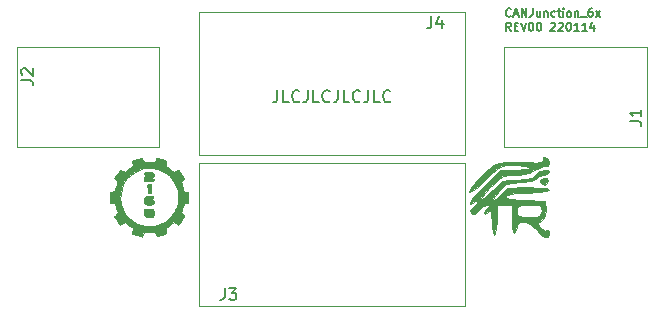
<source format=gbr>
%TF.GenerationSoftware,KiCad,Pcbnew,(5.1.12)-1*%
%TF.CreationDate,2022-01-14T14:31:03-05:00*%
%TF.ProjectId,CANJunction_6x,43414e4a-756e-4637-9469-6f6e5f36782e,00*%
%TF.SameCoordinates,Original*%
%TF.FileFunction,Legend,Top*%
%TF.FilePolarity,Positive*%
%FSLAX46Y46*%
G04 Gerber Fmt 4.6, Leading zero omitted, Abs format (unit mm)*
G04 Created by KiCad (PCBNEW (5.1.12)-1) date 2022-01-14 14:31:03*
%MOMM*%
%LPD*%
G01*
G04 APERTURE LIST*
%ADD10C,0.150000*%
%ADD11C,0.010000*%
%ADD12C,0.120000*%
G04 APERTURE END LIST*
D10*
X132164166Y-81150000D02*
X132130833Y-81183333D01*
X132030833Y-81216666D01*
X131964166Y-81216666D01*
X131864166Y-81183333D01*
X131797500Y-81116666D01*
X131764166Y-81050000D01*
X131730833Y-80916666D01*
X131730833Y-80816666D01*
X131764166Y-80683333D01*
X131797500Y-80616666D01*
X131864166Y-80550000D01*
X131964166Y-80516666D01*
X132030833Y-80516666D01*
X132130833Y-80550000D01*
X132164166Y-80583333D01*
X132430833Y-81016666D02*
X132764166Y-81016666D01*
X132364166Y-81216666D02*
X132597500Y-80516666D01*
X132830833Y-81216666D01*
X133064166Y-81216666D02*
X133064166Y-80516666D01*
X133464166Y-81216666D01*
X133464166Y-80516666D01*
X133997500Y-80516666D02*
X133997500Y-81016666D01*
X133964166Y-81116666D01*
X133897500Y-81183333D01*
X133797500Y-81216666D01*
X133730833Y-81216666D01*
X134630833Y-80750000D02*
X134630833Y-81216666D01*
X134330833Y-80750000D02*
X134330833Y-81116666D01*
X134364166Y-81183333D01*
X134430833Y-81216666D01*
X134530833Y-81216666D01*
X134597500Y-81183333D01*
X134630833Y-81150000D01*
X134964166Y-80750000D02*
X134964166Y-81216666D01*
X134964166Y-80816666D02*
X134997500Y-80783333D01*
X135064166Y-80750000D01*
X135164166Y-80750000D01*
X135230833Y-80783333D01*
X135264166Y-80850000D01*
X135264166Y-81216666D01*
X135897500Y-81183333D02*
X135830833Y-81216666D01*
X135697500Y-81216666D01*
X135630833Y-81183333D01*
X135597500Y-81150000D01*
X135564166Y-81083333D01*
X135564166Y-80883333D01*
X135597500Y-80816666D01*
X135630833Y-80783333D01*
X135697500Y-80750000D01*
X135830833Y-80750000D01*
X135897500Y-80783333D01*
X136097500Y-80750000D02*
X136364166Y-80750000D01*
X136197500Y-80516666D02*
X136197500Y-81116666D01*
X136230833Y-81183333D01*
X136297500Y-81216666D01*
X136364166Y-81216666D01*
X136597500Y-81216666D02*
X136597500Y-80750000D01*
X136597500Y-80516666D02*
X136564166Y-80550000D01*
X136597500Y-80583333D01*
X136630833Y-80550000D01*
X136597500Y-80516666D01*
X136597500Y-80583333D01*
X137030833Y-81216666D02*
X136964166Y-81183333D01*
X136930833Y-81150000D01*
X136897500Y-81083333D01*
X136897500Y-80883333D01*
X136930833Y-80816666D01*
X136964166Y-80783333D01*
X137030833Y-80750000D01*
X137130833Y-80750000D01*
X137197500Y-80783333D01*
X137230833Y-80816666D01*
X137264166Y-80883333D01*
X137264166Y-81083333D01*
X137230833Y-81150000D01*
X137197500Y-81183333D01*
X137130833Y-81216666D01*
X137030833Y-81216666D01*
X137564166Y-80750000D02*
X137564166Y-81216666D01*
X137564166Y-80816666D02*
X137597500Y-80783333D01*
X137664166Y-80750000D01*
X137764166Y-80750000D01*
X137830833Y-80783333D01*
X137864166Y-80850000D01*
X137864166Y-81216666D01*
X138030833Y-81283333D02*
X138564166Y-81283333D01*
X139030833Y-80516666D02*
X138897500Y-80516666D01*
X138830833Y-80550000D01*
X138797500Y-80583333D01*
X138730833Y-80683333D01*
X138697500Y-80816666D01*
X138697500Y-81083333D01*
X138730833Y-81150000D01*
X138764166Y-81183333D01*
X138830833Y-81216666D01*
X138964166Y-81216666D01*
X139030833Y-81183333D01*
X139064166Y-81150000D01*
X139097500Y-81083333D01*
X139097500Y-80916666D01*
X139064166Y-80850000D01*
X139030833Y-80816666D01*
X138964166Y-80783333D01*
X138830833Y-80783333D01*
X138764166Y-80816666D01*
X138730833Y-80850000D01*
X138697500Y-80916666D01*
X139330833Y-81216666D02*
X139697500Y-80750000D01*
X139330833Y-80750000D02*
X139697500Y-81216666D01*
X132164166Y-82416666D02*
X131930833Y-82083333D01*
X131764166Y-82416666D02*
X131764166Y-81716666D01*
X132030833Y-81716666D01*
X132097500Y-81750000D01*
X132130833Y-81783333D01*
X132164166Y-81850000D01*
X132164166Y-81950000D01*
X132130833Y-82016666D01*
X132097500Y-82050000D01*
X132030833Y-82083333D01*
X131764166Y-82083333D01*
X132464166Y-82050000D02*
X132697500Y-82050000D01*
X132797500Y-82416666D02*
X132464166Y-82416666D01*
X132464166Y-81716666D01*
X132797500Y-81716666D01*
X132997500Y-81716666D02*
X133230833Y-82416666D01*
X133464166Y-81716666D01*
X133830833Y-81716666D02*
X133897500Y-81716666D01*
X133964166Y-81750000D01*
X133997500Y-81783333D01*
X134030833Y-81850000D01*
X134064166Y-81983333D01*
X134064166Y-82150000D01*
X134030833Y-82283333D01*
X133997500Y-82350000D01*
X133964166Y-82383333D01*
X133897500Y-82416666D01*
X133830833Y-82416666D01*
X133764166Y-82383333D01*
X133730833Y-82350000D01*
X133697500Y-82283333D01*
X133664166Y-82150000D01*
X133664166Y-81983333D01*
X133697500Y-81850000D01*
X133730833Y-81783333D01*
X133764166Y-81750000D01*
X133830833Y-81716666D01*
X134497500Y-81716666D02*
X134564166Y-81716666D01*
X134630833Y-81750000D01*
X134664166Y-81783333D01*
X134697500Y-81850000D01*
X134730833Y-81983333D01*
X134730833Y-82150000D01*
X134697500Y-82283333D01*
X134664166Y-82350000D01*
X134630833Y-82383333D01*
X134564166Y-82416666D01*
X134497500Y-82416666D01*
X134430833Y-82383333D01*
X134397500Y-82350000D01*
X134364166Y-82283333D01*
X134330833Y-82150000D01*
X134330833Y-81983333D01*
X134364166Y-81850000D01*
X134397500Y-81783333D01*
X134430833Y-81750000D01*
X134497500Y-81716666D01*
X135530833Y-81783333D02*
X135564166Y-81750000D01*
X135630833Y-81716666D01*
X135797500Y-81716666D01*
X135864166Y-81750000D01*
X135897500Y-81783333D01*
X135930833Y-81850000D01*
X135930833Y-81916666D01*
X135897500Y-82016666D01*
X135497500Y-82416666D01*
X135930833Y-82416666D01*
X136197500Y-81783333D02*
X136230833Y-81750000D01*
X136297500Y-81716666D01*
X136464166Y-81716666D01*
X136530833Y-81750000D01*
X136564166Y-81783333D01*
X136597500Y-81850000D01*
X136597500Y-81916666D01*
X136564166Y-82016666D01*
X136164166Y-82416666D01*
X136597500Y-82416666D01*
X137030833Y-81716666D02*
X137097500Y-81716666D01*
X137164166Y-81750000D01*
X137197500Y-81783333D01*
X137230833Y-81850000D01*
X137264166Y-81983333D01*
X137264166Y-82150000D01*
X137230833Y-82283333D01*
X137197500Y-82350000D01*
X137164166Y-82383333D01*
X137097500Y-82416666D01*
X137030833Y-82416666D01*
X136964166Y-82383333D01*
X136930833Y-82350000D01*
X136897500Y-82283333D01*
X136864166Y-82150000D01*
X136864166Y-81983333D01*
X136897500Y-81850000D01*
X136930833Y-81783333D01*
X136964166Y-81750000D01*
X137030833Y-81716666D01*
X137930833Y-82416666D02*
X137530833Y-82416666D01*
X137730833Y-82416666D02*
X137730833Y-81716666D01*
X137664166Y-81816666D01*
X137597500Y-81883333D01*
X137530833Y-81916666D01*
X138597500Y-82416666D02*
X138197500Y-82416666D01*
X138397500Y-82416666D02*
X138397500Y-81716666D01*
X138330833Y-81816666D01*
X138264166Y-81883333D01*
X138197500Y-81916666D01*
X139197500Y-81950000D02*
X139197500Y-82416666D01*
X139030833Y-81683333D02*
X138864166Y-82183333D01*
X139297500Y-82183333D01*
X112380952Y-87452380D02*
X112380952Y-88166666D01*
X112333333Y-88309523D01*
X112238095Y-88404761D01*
X112095238Y-88452380D01*
X112000000Y-88452380D01*
X113333333Y-88452380D02*
X112857142Y-88452380D01*
X112857142Y-87452380D01*
X114238095Y-88357142D02*
X114190476Y-88404761D01*
X114047619Y-88452380D01*
X113952380Y-88452380D01*
X113809523Y-88404761D01*
X113714285Y-88309523D01*
X113666666Y-88214285D01*
X113619047Y-88023809D01*
X113619047Y-87880952D01*
X113666666Y-87690476D01*
X113714285Y-87595238D01*
X113809523Y-87500000D01*
X113952380Y-87452380D01*
X114047619Y-87452380D01*
X114190476Y-87500000D01*
X114238095Y-87547619D01*
X114952380Y-87452380D02*
X114952380Y-88166666D01*
X114904761Y-88309523D01*
X114809523Y-88404761D01*
X114666666Y-88452380D01*
X114571428Y-88452380D01*
X115904761Y-88452380D02*
X115428571Y-88452380D01*
X115428571Y-87452380D01*
X116809523Y-88357142D02*
X116761904Y-88404761D01*
X116619047Y-88452380D01*
X116523809Y-88452380D01*
X116380952Y-88404761D01*
X116285714Y-88309523D01*
X116238095Y-88214285D01*
X116190476Y-88023809D01*
X116190476Y-87880952D01*
X116238095Y-87690476D01*
X116285714Y-87595238D01*
X116380952Y-87500000D01*
X116523809Y-87452380D01*
X116619047Y-87452380D01*
X116761904Y-87500000D01*
X116809523Y-87547619D01*
X117523809Y-87452380D02*
X117523809Y-88166666D01*
X117476190Y-88309523D01*
X117380952Y-88404761D01*
X117238095Y-88452380D01*
X117142857Y-88452380D01*
X118476190Y-88452380D02*
X118000000Y-88452380D01*
X118000000Y-87452380D01*
X119380952Y-88357142D02*
X119333333Y-88404761D01*
X119190476Y-88452380D01*
X119095238Y-88452380D01*
X118952380Y-88404761D01*
X118857142Y-88309523D01*
X118809523Y-88214285D01*
X118761904Y-88023809D01*
X118761904Y-87880952D01*
X118809523Y-87690476D01*
X118857142Y-87595238D01*
X118952380Y-87500000D01*
X119095238Y-87452380D01*
X119190476Y-87452380D01*
X119333333Y-87500000D01*
X119380952Y-87547619D01*
X120095238Y-87452380D02*
X120095238Y-88166666D01*
X120047619Y-88309523D01*
X119952380Y-88404761D01*
X119809523Y-88452380D01*
X119714285Y-88452380D01*
X121047619Y-88452380D02*
X120571428Y-88452380D01*
X120571428Y-87452380D01*
X121952380Y-88357142D02*
X121904761Y-88404761D01*
X121761904Y-88452380D01*
X121666666Y-88452380D01*
X121523809Y-88404761D01*
X121428571Y-88309523D01*
X121380952Y-88214285D01*
X121333333Y-88023809D01*
X121333333Y-87880952D01*
X121380952Y-87690476D01*
X121428571Y-87595238D01*
X121523809Y-87500000D01*
X121666666Y-87452380D01*
X121761904Y-87452380D01*
X121904761Y-87500000D01*
X121952380Y-87547619D01*
D11*
%TO.C,G\u002A\u002A\u002A*%
G36*
X135178453Y-94914634D02*
G01*
X135291098Y-95158395D01*
X135131829Y-95395375D01*
X134963334Y-95441667D01*
X134687333Y-95289274D01*
X134654873Y-95244626D01*
X134668621Y-94993706D01*
X134923086Y-94859653D01*
X135178453Y-94914634D01*
G37*
X135178453Y-94914634D02*
X135291098Y-95158395D01*
X135131829Y-95395375D01*
X134963334Y-95441667D01*
X134687333Y-95289274D01*
X134654873Y-95244626D01*
X134668621Y-94993706D01*
X134923086Y-94859653D01*
X135178453Y-94914634D01*
G36*
X135328489Y-93291194D02*
G01*
X135386667Y-93549159D01*
X135301627Y-93847599D01*
X135154878Y-93841730D01*
X134846998Y-93860423D01*
X134392873Y-94092852D01*
X134316782Y-94146738D01*
X133684901Y-94466328D01*
X132851363Y-94589982D01*
X132582697Y-94595000D01*
X131967608Y-94614694D01*
X131526747Y-94719319D01*
X131120031Y-94977189D01*
X130607372Y-95456621D01*
X130412500Y-95653334D01*
X129938048Y-96168233D01*
X129653490Y-96544710D01*
X129613128Y-96709578D01*
X129627258Y-96711667D01*
X129903805Y-96565139D01*
X130336912Y-96189035D01*
X130649348Y-95865000D01*
X131118653Y-95380390D01*
X131513000Y-95127870D01*
X132007893Y-95032298D01*
X132626824Y-95018334D01*
X133412456Y-94979328D01*
X133910154Y-94839293D01*
X134222500Y-94595000D01*
X134614513Y-94302449D01*
X135030883Y-94175188D01*
X135326947Y-94239519D01*
X135386667Y-94383334D01*
X135210578Y-94558894D01*
X134989251Y-94595000D01*
X134521579Y-94748733D01*
X134328334Y-94912500D01*
X133888208Y-95140338D01*
X133079934Y-95229076D01*
X132968105Y-95230000D01*
X132264951Y-95265730D01*
X131784495Y-95426885D01*
X131328445Y-95794413D01*
X131153334Y-95970834D01*
X130795208Y-96390766D01*
X130660161Y-96659254D01*
X130710932Y-96711667D01*
X131024899Y-96558495D01*
X131397365Y-96189401D01*
X131402817Y-96182500D01*
X131640725Y-95922343D01*
X131921626Y-95764881D01*
X132351404Y-95684646D01*
X133035944Y-95656170D01*
X133602863Y-95653333D01*
X134598779Y-95683770D01*
X135179096Y-95761236D01*
X135346087Y-95864970D01*
X135102021Y-95974209D01*
X134449171Y-96068190D01*
X133551665Y-96121343D01*
X132518390Y-96185675D01*
X131871717Y-96295341D01*
X131631959Y-96438286D01*
X131728730Y-96579132D01*
X132154708Y-96677493D01*
X132949857Y-96740936D01*
X133308211Y-96755786D01*
X135069167Y-96817500D01*
X135133978Y-97485083D01*
X135076666Y-98088805D01*
X134763448Y-98457591D01*
X134464372Y-98705433D01*
X134506371Y-98909814D01*
X134715814Y-99113387D01*
X135058221Y-99329536D01*
X135245094Y-99322684D01*
X135363939Y-99365503D01*
X135386667Y-99533889D01*
X135268790Y-99840623D01*
X134970341Y-99837979D01*
X134574095Y-99548030D01*
X134328334Y-99251667D01*
X133892773Y-98831801D01*
X133395240Y-98611019D01*
X132950740Y-98604546D01*
X132674280Y-98827606D01*
X132635000Y-99027508D01*
X132537805Y-99432712D01*
X132423334Y-99569167D01*
X132299724Y-99456519D01*
X132227423Y-98966711D01*
X132211667Y-98417492D01*
X132211667Y-97664167D01*
X132635000Y-97664167D01*
X132669313Y-97978222D01*
X132844427Y-98134897D01*
X133268599Y-98188321D01*
X133693334Y-98193334D01*
X134321444Y-98176177D01*
X134634793Y-98088620D01*
X134741641Y-97876534D01*
X134751667Y-97664167D01*
X134717354Y-97350112D01*
X134542240Y-97193437D01*
X134118068Y-97140013D01*
X133693334Y-97135000D01*
X133065223Y-97152157D01*
X132751874Y-97239713D01*
X132645026Y-97451800D01*
X132635000Y-97664167D01*
X132211667Y-97664167D01*
X132211667Y-97135000D01*
X130941667Y-97135000D01*
X130941667Y-98405000D01*
X130909534Y-99081475D01*
X130825591Y-99540101D01*
X130730000Y-99675000D01*
X130610495Y-99484371D01*
X130533745Y-98995838D01*
X130518334Y-98590749D01*
X130502853Y-97968700D01*
X130437570Y-97696371D01*
X130294218Y-97700696D01*
X130200834Y-97770000D01*
X129936263Y-97905000D01*
X129883334Y-97806435D01*
X130045472Y-97524493D01*
X130253750Y-97363621D01*
X130506528Y-97194568D01*
X130380140Y-97145535D01*
X130234762Y-97141437D01*
X129822923Y-97290619D01*
X129456037Y-97611250D01*
X129130772Y-97921398D01*
X128880055Y-97894665D01*
X128804630Y-97829856D01*
X128668880Y-97590435D01*
X128895439Y-97436793D01*
X129196937Y-97150303D01*
X129245092Y-96953604D01*
X129210062Y-96725436D01*
X129062999Y-96888863D01*
X129044935Y-96917204D01*
X128806089Y-97106137D01*
X128689610Y-97070166D01*
X128758206Y-96861606D01*
X129074110Y-96434519D01*
X129578970Y-95863261D01*
X129889070Y-95541712D01*
X131246937Y-94171667D01*
X132628885Y-94168426D01*
X133376751Y-94146111D01*
X133727038Y-94080515D01*
X133703742Y-93966938D01*
X133693334Y-93960000D01*
X133303188Y-93838557D01*
X132673390Y-93763235D01*
X132323195Y-93751575D01*
X131800194Y-93766791D01*
X131398639Y-93855682D01*
X131011313Y-94077393D01*
X130531000Y-94491066D01*
X129941945Y-95065135D01*
X129351213Y-95618149D01*
X128898440Y-95979394D01*
X128645545Y-96102350D01*
X128613334Y-96063322D01*
X128756433Y-95767350D01*
X129133481Y-95284783D01*
X129666104Y-94714798D01*
X129724584Y-94657125D01*
X130310592Y-94098276D01*
X130748298Y-93769220D01*
X131191094Y-93602778D01*
X131792370Y-93531770D01*
X132356871Y-93504282D01*
X133120818Y-93489311D01*
X133708418Y-93510993D01*
X134001768Y-93564592D01*
X134009544Y-93570655D01*
X134276407Y-93641631D01*
X134618477Y-93566351D01*
X134842766Y-93407297D01*
X134842628Y-93300936D01*
X134904588Y-93139790D01*
X135056675Y-93113334D01*
X135328489Y-93291194D01*
G37*
X135328489Y-93291194D02*
X135386667Y-93549159D01*
X135301627Y-93847599D01*
X135154878Y-93841730D01*
X134846998Y-93860423D01*
X134392873Y-94092852D01*
X134316782Y-94146738D01*
X133684901Y-94466328D01*
X132851363Y-94589982D01*
X132582697Y-94595000D01*
X131967608Y-94614694D01*
X131526747Y-94719319D01*
X131120031Y-94977189D01*
X130607372Y-95456621D01*
X130412500Y-95653334D01*
X129938048Y-96168233D01*
X129653490Y-96544710D01*
X129613128Y-96709578D01*
X129627258Y-96711667D01*
X129903805Y-96565139D01*
X130336912Y-96189035D01*
X130649348Y-95865000D01*
X131118653Y-95380390D01*
X131513000Y-95127870D01*
X132007893Y-95032298D01*
X132626824Y-95018334D01*
X133412456Y-94979328D01*
X133910154Y-94839293D01*
X134222500Y-94595000D01*
X134614513Y-94302449D01*
X135030883Y-94175188D01*
X135326947Y-94239519D01*
X135386667Y-94383334D01*
X135210578Y-94558894D01*
X134989251Y-94595000D01*
X134521579Y-94748733D01*
X134328334Y-94912500D01*
X133888208Y-95140338D01*
X133079934Y-95229076D01*
X132968105Y-95230000D01*
X132264951Y-95265730D01*
X131784495Y-95426885D01*
X131328445Y-95794413D01*
X131153334Y-95970834D01*
X130795208Y-96390766D01*
X130660161Y-96659254D01*
X130710932Y-96711667D01*
X131024899Y-96558495D01*
X131397365Y-96189401D01*
X131402817Y-96182500D01*
X131640725Y-95922343D01*
X131921626Y-95764881D01*
X132351404Y-95684646D01*
X133035944Y-95656170D01*
X133602863Y-95653333D01*
X134598779Y-95683770D01*
X135179096Y-95761236D01*
X135346087Y-95864970D01*
X135102021Y-95974209D01*
X134449171Y-96068190D01*
X133551665Y-96121343D01*
X132518390Y-96185675D01*
X131871717Y-96295341D01*
X131631959Y-96438286D01*
X131728730Y-96579132D01*
X132154708Y-96677493D01*
X132949857Y-96740936D01*
X133308211Y-96755786D01*
X135069167Y-96817500D01*
X135133978Y-97485083D01*
X135076666Y-98088805D01*
X134763448Y-98457591D01*
X134464372Y-98705433D01*
X134506371Y-98909814D01*
X134715814Y-99113387D01*
X135058221Y-99329536D01*
X135245094Y-99322684D01*
X135363939Y-99365503D01*
X135386667Y-99533889D01*
X135268790Y-99840623D01*
X134970341Y-99837979D01*
X134574095Y-99548030D01*
X134328334Y-99251667D01*
X133892773Y-98831801D01*
X133395240Y-98611019D01*
X132950740Y-98604546D01*
X132674280Y-98827606D01*
X132635000Y-99027508D01*
X132537805Y-99432712D01*
X132423334Y-99569167D01*
X132299724Y-99456519D01*
X132227423Y-98966711D01*
X132211667Y-98417492D01*
X132211667Y-97664167D01*
X132635000Y-97664167D01*
X132669313Y-97978222D01*
X132844427Y-98134897D01*
X133268599Y-98188321D01*
X133693334Y-98193334D01*
X134321444Y-98176177D01*
X134634793Y-98088620D01*
X134741641Y-97876534D01*
X134751667Y-97664167D01*
X134717354Y-97350112D01*
X134542240Y-97193437D01*
X134118068Y-97140013D01*
X133693334Y-97135000D01*
X133065223Y-97152157D01*
X132751874Y-97239713D01*
X132645026Y-97451800D01*
X132635000Y-97664167D01*
X132211667Y-97664167D01*
X132211667Y-97135000D01*
X130941667Y-97135000D01*
X130941667Y-98405000D01*
X130909534Y-99081475D01*
X130825591Y-99540101D01*
X130730000Y-99675000D01*
X130610495Y-99484371D01*
X130533745Y-98995838D01*
X130518334Y-98590749D01*
X130502853Y-97968700D01*
X130437570Y-97696371D01*
X130294218Y-97700696D01*
X130200834Y-97770000D01*
X129936263Y-97905000D01*
X129883334Y-97806435D01*
X130045472Y-97524493D01*
X130253750Y-97363621D01*
X130506528Y-97194568D01*
X130380140Y-97145535D01*
X130234762Y-97141437D01*
X129822923Y-97290619D01*
X129456037Y-97611250D01*
X129130772Y-97921398D01*
X128880055Y-97894665D01*
X128804630Y-97829856D01*
X128668880Y-97590435D01*
X128895439Y-97436793D01*
X129196937Y-97150303D01*
X129245092Y-96953604D01*
X129210062Y-96725436D01*
X129062999Y-96888863D01*
X129044935Y-96917204D01*
X128806089Y-97106137D01*
X128689610Y-97070166D01*
X128758206Y-96861606D01*
X129074110Y-96434519D01*
X129578970Y-95863261D01*
X129889070Y-95541712D01*
X131246937Y-94171667D01*
X132628885Y-94168426D01*
X133376751Y-94146111D01*
X133727038Y-94080515D01*
X133703742Y-93966938D01*
X133693334Y-93960000D01*
X133303188Y-93838557D01*
X132673390Y-93763235D01*
X132323195Y-93751575D01*
X131800194Y-93766791D01*
X131398639Y-93855682D01*
X131011313Y-94077393D01*
X130531000Y-94491066D01*
X129941945Y-95065135D01*
X129351213Y-95618149D01*
X128898440Y-95979394D01*
X128645545Y-96102350D01*
X128613334Y-96063322D01*
X128756433Y-95767350D01*
X129133481Y-95284783D01*
X129666104Y-94714798D01*
X129724584Y-94657125D01*
X130310592Y-94098276D01*
X130748298Y-93769220D01*
X131191094Y-93602778D01*
X131792370Y-93531770D01*
X132356871Y-93504282D01*
X133120818Y-93489311D01*
X133708418Y-93510993D01*
X134001768Y-93564592D01*
X134009544Y-93570655D01*
X134276407Y-93641631D01*
X134618477Y-93566351D01*
X134842766Y-93407297D01*
X134842628Y-93300936D01*
X134904588Y-93139790D01*
X135056675Y-93113334D01*
X135328489Y-93291194D01*
G36*
X101672979Y-94388661D02*
G01*
X101805443Y-94409481D01*
X101881877Y-94453051D01*
X101916398Y-94526626D01*
X101923333Y-94616166D01*
X101900390Y-94749638D01*
X101824099Y-94825006D01*
X101683267Y-94852804D01*
X101671450Y-94853220D01*
X101534982Y-94866044D01*
X101416288Y-94891029D01*
X101415333Y-94891333D01*
X101384262Y-94909459D01*
X101427796Y-94921469D01*
X101550135Y-94928158D01*
X101616417Y-94929447D01*
X101775603Y-94933850D01*
X101867927Y-94945035D01*
X101911173Y-94968152D01*
X101923131Y-95008353D01*
X101923333Y-95018333D01*
X101917523Y-95056868D01*
X101889876Y-95081537D01*
X101825069Y-95095404D01*
X101707775Y-95101534D01*
X101522672Y-95102993D01*
X101500000Y-95103000D01*
X101076667Y-95103000D01*
X101077315Y-94965417D01*
X101089554Y-94836216D01*
X101135680Y-94756160D01*
X101232042Y-94711724D01*
X101394990Y-94689386D01*
X101412646Y-94688057D01*
X101552464Y-94672544D01*
X101655062Y-94651091D01*
X101693675Y-94632196D01*
X101672362Y-94605967D01*
X101571931Y-94591746D01*
X101397134Y-94589967D01*
X101277750Y-94594135D01*
X101173502Y-94592925D01*
X101128764Y-94565669D01*
X101119009Y-94496653D01*
X101119000Y-94492404D01*
X101122073Y-94439092D01*
X101142605Y-94406796D01*
X101197561Y-94390249D01*
X101303908Y-94384183D01*
X101470367Y-94383333D01*
X101672979Y-94388661D01*
G37*
X101672979Y-94388661D02*
X101805443Y-94409481D01*
X101881877Y-94453051D01*
X101916398Y-94526626D01*
X101923333Y-94616166D01*
X101900390Y-94749638D01*
X101824099Y-94825006D01*
X101683267Y-94852804D01*
X101671450Y-94853220D01*
X101534982Y-94866044D01*
X101416288Y-94891029D01*
X101415333Y-94891333D01*
X101384262Y-94909459D01*
X101427796Y-94921469D01*
X101550135Y-94928158D01*
X101616417Y-94929447D01*
X101775603Y-94933850D01*
X101867927Y-94945035D01*
X101911173Y-94968152D01*
X101923131Y-95008353D01*
X101923333Y-95018333D01*
X101917523Y-95056868D01*
X101889876Y-95081537D01*
X101825069Y-95095404D01*
X101707775Y-95101534D01*
X101522672Y-95102993D01*
X101500000Y-95103000D01*
X101076667Y-95103000D01*
X101077315Y-94965417D01*
X101089554Y-94836216D01*
X101135680Y-94756160D01*
X101232042Y-94711724D01*
X101394990Y-94689386D01*
X101412646Y-94688057D01*
X101552464Y-94672544D01*
X101655062Y-94651091D01*
X101693675Y-94632196D01*
X101672362Y-94605967D01*
X101571931Y-94591746D01*
X101397134Y-94589967D01*
X101277750Y-94594135D01*
X101173502Y-94592925D01*
X101128764Y-94565669D01*
X101119009Y-94496653D01*
X101119000Y-94492404D01*
X101122073Y-94439092D01*
X101142605Y-94406796D01*
X101197561Y-94390249D01*
X101303908Y-94384183D01*
X101470367Y-94383333D01*
X101672979Y-94388661D01*
G36*
X101711667Y-96119000D02*
G01*
X101457667Y-96119000D01*
X101457667Y-95865000D01*
X101454529Y-95723040D01*
X101440871Y-95646330D01*
X101410323Y-95615557D01*
X101373907Y-95611000D01*
X101317968Y-95601389D01*
X101317072Y-95556460D01*
X101338369Y-95505167D01*
X101389022Y-95432537D01*
X101471559Y-95403018D01*
X101549128Y-95399333D01*
X101711667Y-95399333D01*
X101711667Y-96119000D01*
G37*
X101711667Y-96119000D02*
X101457667Y-96119000D01*
X101457667Y-95865000D01*
X101454529Y-95723040D01*
X101440871Y-95646330D01*
X101410323Y-95615557D01*
X101373907Y-95611000D01*
X101317968Y-95601389D01*
X101317072Y-95556460D01*
X101338369Y-95505167D01*
X101389022Y-95432537D01*
X101471559Y-95403018D01*
X101549128Y-95399333D01*
X101711667Y-95399333D01*
X101711667Y-96119000D01*
G36*
X101724994Y-96416652D02*
G01*
X101819658Y-96424572D01*
X101865326Y-96445038D01*
X101879833Y-96483994D01*
X101881000Y-96521167D01*
X101876155Y-96577353D01*
X101849109Y-96609584D01*
X101781091Y-96625191D01*
X101653332Y-96631505D01*
X101595250Y-96632792D01*
X101309500Y-96638584D01*
X101578434Y-96669083D01*
X101731897Y-96694829D01*
X101842885Y-96729621D01*
X101884702Y-96758541D01*
X101918302Y-96864764D01*
X101914997Y-96987025D01*
X101876483Y-97079983D01*
X101872533Y-97084200D01*
X101805077Y-97109790D01*
X101680785Y-97126453D01*
X101527063Y-97133733D01*
X101371316Y-97131178D01*
X101240951Y-97118334D01*
X101165139Y-97095915D01*
X101125988Y-97031631D01*
X101099741Y-96923333D01*
X101330667Y-96923333D01*
X101368504Y-96948580D01*
X101464235Y-96963724D01*
X101521167Y-96965667D01*
X101634776Y-96957258D01*
X101702925Y-96935985D01*
X101711667Y-96923333D01*
X101673829Y-96898087D01*
X101578098Y-96882942D01*
X101521167Y-96881000D01*
X101407557Y-96889408D01*
X101339408Y-96910682D01*
X101330667Y-96923333D01*
X101099741Y-96923333D01*
X101095950Y-96907691D01*
X101086215Y-96826237D01*
X101080140Y-96681286D01*
X101096417Y-96589366D01*
X101141640Y-96520320D01*
X101156492Y-96504841D01*
X101217860Y-96457135D01*
X101298397Y-96429772D01*
X101421536Y-96417599D01*
X101563500Y-96415333D01*
X101724994Y-96416652D01*
G37*
X101724994Y-96416652D02*
X101819658Y-96424572D01*
X101865326Y-96445038D01*
X101879833Y-96483994D01*
X101881000Y-96521167D01*
X101876155Y-96577353D01*
X101849109Y-96609584D01*
X101781091Y-96625191D01*
X101653332Y-96631505D01*
X101595250Y-96632792D01*
X101309500Y-96638584D01*
X101578434Y-96669083D01*
X101731897Y-96694829D01*
X101842885Y-96729621D01*
X101884702Y-96758541D01*
X101918302Y-96864764D01*
X101914997Y-96987025D01*
X101876483Y-97079983D01*
X101872533Y-97084200D01*
X101805077Y-97109790D01*
X101680785Y-97126453D01*
X101527063Y-97133733D01*
X101371316Y-97131178D01*
X101240951Y-97118334D01*
X101165139Y-97095915D01*
X101125988Y-97031631D01*
X101099741Y-96923333D01*
X101330667Y-96923333D01*
X101368504Y-96948580D01*
X101464235Y-96963724D01*
X101521167Y-96965667D01*
X101634776Y-96957258D01*
X101702925Y-96935985D01*
X101711667Y-96923333D01*
X101673829Y-96898087D01*
X101578098Y-96882942D01*
X101521167Y-96881000D01*
X101407557Y-96889408D01*
X101339408Y-96910682D01*
X101330667Y-96923333D01*
X101099741Y-96923333D01*
X101095950Y-96907691D01*
X101086215Y-96826237D01*
X101080140Y-96681286D01*
X101096417Y-96589366D01*
X101141640Y-96520320D01*
X101156492Y-96504841D01*
X101217860Y-96457135D01*
X101298397Y-96429772D01*
X101421536Y-96417599D01*
X101563500Y-96415333D01*
X101724994Y-96416652D01*
G36*
X101636333Y-97477038D02*
G01*
X101771734Y-97491478D01*
X101857893Y-97516288D01*
X101870920Y-97526583D01*
X101896592Y-97602039D01*
X101910818Y-97729893D01*
X101913524Y-97879208D01*
X101904632Y-98019049D01*
X101884067Y-98118479D01*
X101872433Y-98140155D01*
X101801733Y-98173129D01*
X101674781Y-98191519D01*
X101518639Y-98195821D01*
X101360368Y-98186532D01*
X101227030Y-98164145D01*
X101145685Y-98129157D01*
X101143190Y-98126809D01*
X101088191Y-98034191D01*
X101082226Y-97942932D01*
X101306967Y-97942932D01*
X101312214Y-97990968D01*
X101317706Y-97996929D01*
X101381912Y-98018080D01*
X101489281Y-98022783D01*
X101599885Y-98010857D01*
X101644461Y-97998397D01*
X101694687Y-97961839D01*
X101672646Y-97927233D01*
X101590479Y-97903103D01*
X101500000Y-97897000D01*
X101373365Y-97909525D01*
X101306967Y-97942932D01*
X101082226Y-97942932D01*
X101081836Y-97936975D01*
X101122688Y-97873553D01*
X101145816Y-97831288D01*
X101122688Y-97799088D01*
X101081329Y-97706935D01*
X101082700Y-97685333D01*
X101330667Y-97685333D01*
X101368223Y-97711842D01*
X101462042Y-97726587D01*
X101500000Y-97727667D01*
X101606037Y-97718277D01*
X101665015Y-97694823D01*
X101669333Y-97685333D01*
X101631777Y-97658824D01*
X101537957Y-97644079D01*
X101500000Y-97643000D01*
X101393963Y-97652389D01*
X101334984Y-97675844D01*
X101330667Y-97685333D01*
X101082700Y-97685333D01*
X101088451Y-97594782D01*
X101127467Y-97524467D01*
X101197258Y-97496681D01*
X101322838Y-97479564D01*
X101477948Y-97473041D01*
X101636333Y-97477038D01*
G37*
X101636333Y-97477038D02*
X101771734Y-97491478D01*
X101857893Y-97516288D01*
X101870920Y-97526583D01*
X101896592Y-97602039D01*
X101910818Y-97729893D01*
X101913524Y-97879208D01*
X101904632Y-98019049D01*
X101884067Y-98118479D01*
X101872433Y-98140155D01*
X101801733Y-98173129D01*
X101674781Y-98191519D01*
X101518639Y-98195821D01*
X101360368Y-98186532D01*
X101227030Y-98164145D01*
X101145685Y-98129157D01*
X101143190Y-98126809D01*
X101088191Y-98034191D01*
X101082226Y-97942932D01*
X101306967Y-97942932D01*
X101312214Y-97990968D01*
X101317706Y-97996929D01*
X101381912Y-98018080D01*
X101489281Y-98022783D01*
X101599885Y-98010857D01*
X101644461Y-97998397D01*
X101694687Y-97961839D01*
X101672646Y-97927233D01*
X101590479Y-97903103D01*
X101500000Y-97897000D01*
X101373365Y-97909525D01*
X101306967Y-97942932D01*
X101082226Y-97942932D01*
X101081836Y-97936975D01*
X101122688Y-97873553D01*
X101145816Y-97831288D01*
X101122688Y-97799088D01*
X101081329Y-97706935D01*
X101082700Y-97685333D01*
X101330667Y-97685333D01*
X101368223Y-97711842D01*
X101462042Y-97726587D01*
X101500000Y-97727667D01*
X101606037Y-97718277D01*
X101665015Y-97694823D01*
X101669333Y-97685333D01*
X101631777Y-97658824D01*
X101537957Y-97644079D01*
X101500000Y-97643000D01*
X101393963Y-97652389D01*
X101334984Y-97675844D01*
X101330667Y-97685333D01*
X101082700Y-97685333D01*
X101088451Y-97594782D01*
X101127467Y-97524467D01*
X101197258Y-97496681D01*
X101322838Y-97479564D01*
X101477948Y-97473041D01*
X101636333Y-97477038D01*
G36*
X102195127Y-93173519D02*
G01*
X102301935Y-93201011D01*
X102453830Y-93245505D01*
X102578633Y-93284539D01*
X102766970Y-93344580D01*
X102887544Y-93390405D01*
X102951774Y-93437773D01*
X102971079Y-93502443D01*
X102956881Y-93600173D01*
X102920597Y-93746722D01*
X102918809Y-93753978D01*
X102915521Y-93819366D01*
X102952582Y-93877592D01*
X103044883Y-93947639D01*
X103096680Y-93980769D01*
X103248482Y-94084318D01*
X103400524Y-94201247D01*
X103458363Y-94250682D01*
X103617560Y-94393993D01*
X103785539Y-94282830D01*
X103890997Y-94217503D01*
X103967387Y-94178271D01*
X103986176Y-94173062D01*
X104023490Y-94205700D01*
X104097746Y-94292503D01*
X104196734Y-94418694D01*
X104268232Y-94514401D01*
X104517630Y-94854345D01*
X104357236Y-95018604D01*
X104196841Y-95182863D01*
X104282589Y-95386348D01*
X104345823Y-95557276D01*
X104403432Y-95746466D01*
X104420057Y-95812083D01*
X104471778Y-96034333D01*
X104844333Y-96034333D01*
X104844333Y-96965667D01*
X104674092Y-96965667D01*
X104556280Y-96975364D01*
X104493975Y-97013076D01*
X104469273Y-97060917D01*
X104439863Y-97144803D01*
X104392514Y-97282859D01*
X104336167Y-97448967D01*
X104320707Y-97494833D01*
X104206719Y-97833500D01*
X104356193Y-97964986D01*
X104444497Y-98048045D01*
X104498153Y-98108891D01*
X104505667Y-98124145D01*
X104482694Y-98164727D01*
X104422037Y-98255970D01*
X104336091Y-98380265D01*
X104237250Y-98520003D01*
X104137906Y-98657576D01*
X104050454Y-98775375D01*
X104013854Y-98822893D01*
X103973870Y-98812410D01*
X103884746Y-98768510D01*
X103813039Y-98728179D01*
X103624587Y-98617739D01*
X103419543Y-98788636D01*
X103278938Y-98898691D01*
X103135023Y-99000281D01*
X103054485Y-99050605D01*
X102949862Y-99125896D01*
X102914761Y-99189750D01*
X102916993Y-99200374D01*
X102938495Y-99279870D01*
X102961571Y-99397479D01*
X102964408Y-99414732D01*
X102989300Y-99570396D01*
X102615066Y-99691935D01*
X102446178Y-99747013D01*
X102306550Y-99792973D01*
X102216740Y-99823027D01*
X102197040Y-99829932D01*
X102158091Y-99804154D01*
X102109565Y-99720010D01*
X102087272Y-99665445D01*
X102021298Y-99484500D01*
X101063368Y-99484500D01*
X100997769Y-99664417D01*
X100954080Y-99770832D01*
X100919054Y-99832972D01*
X100909168Y-99839906D01*
X100861483Y-99825878D01*
X100751768Y-99791707D01*
X100598581Y-99743209D01*
X100489880Y-99708486D01*
X100093593Y-99581492D01*
X100119371Y-99420280D01*
X100142649Y-99297432D01*
X100166475Y-99204296D01*
X100169920Y-99194519D01*
X100156309Y-99133205D01*
X100065961Y-99064964D01*
X100032428Y-99046996D01*
X99909376Y-98971634D01*
X99763905Y-98865205D01*
X99668793Y-98786491D01*
X99467420Y-98608961D01*
X99273887Y-98722379D01*
X99164023Y-98783144D01*
X99088619Y-98818032D01*
X99068632Y-98821482D01*
X98999738Y-98732557D01*
X98909608Y-98609890D01*
X98810862Y-98471522D01*
X98716119Y-98335491D01*
X98637997Y-98219838D01*
X98589115Y-98142602D01*
X98578998Y-98121503D01*
X98608780Y-98076584D01*
X98684467Y-98000799D01*
X98735161Y-97956387D01*
X98891327Y-97825275D01*
X98803828Y-97617721D01*
X98739351Y-97443791D01*
X98681039Y-97252729D01*
X98664609Y-97187917D01*
X98612888Y-96965667D01*
X98198000Y-96965667D01*
X98198000Y-96620904D01*
X99085618Y-96620904D01*
X99136227Y-97032473D01*
X99154106Y-97107723D01*
X99302915Y-97519570D01*
X99523583Y-97897093D01*
X99807240Y-98231497D01*
X100145019Y-98513986D01*
X100528051Y-98735764D01*
X100947469Y-98888034D01*
X100949667Y-98888612D01*
X101185601Y-98930394D01*
X101466361Y-98949601D01*
X101754986Y-98945547D01*
X102014512Y-98917547D01*
X102058833Y-98909186D01*
X102455861Y-98785990D01*
X102832976Y-98589124D01*
X103176270Y-98329371D01*
X103471837Y-98017513D01*
X103705769Y-97664334D01*
X103733552Y-97610721D01*
X103861227Y-97326006D01*
X103942765Y-97062146D01*
X103984336Y-96788706D01*
X103992113Y-96475253D01*
X103988195Y-96355058D01*
X103938216Y-95923440D01*
X103824095Y-95537105D01*
X103639758Y-95182435D01*
X103379132Y-94845812D01*
X103259083Y-94720048D01*
X102958990Y-94472953D01*
X102606028Y-94268548D01*
X102222751Y-94116205D01*
X101831710Y-94025295D01*
X101533535Y-94003068D01*
X101115610Y-94045688D01*
X100706236Y-94164770D01*
X100318318Y-94352224D01*
X99964762Y-94599958D01*
X99658473Y-94899881D01*
X99412355Y-95243900D01*
X99340388Y-95378167D01*
X99190169Y-95770818D01*
X99104422Y-96192708D01*
X99085618Y-96620904D01*
X98198000Y-96620904D01*
X98198000Y-96038972D01*
X98399083Y-96026069D01*
X98521548Y-96014257D01*
X98588108Y-95984185D01*
X98627407Y-95913106D01*
X98655221Y-95822667D01*
X98704094Y-95668658D01*
X98766744Y-95490308D01*
X98799628Y-95403218D01*
X98888981Y-95174270D01*
X98733990Y-95032232D01*
X98644647Y-94946017D01*
X98588639Y-94883624D01*
X98579000Y-94866631D01*
X98602718Y-94819407D01*
X98664955Y-94725352D01*
X98752333Y-94602385D01*
X98851475Y-94468424D01*
X98949001Y-94341386D01*
X99031535Y-94239190D01*
X99085699Y-94179753D01*
X99097869Y-94171667D01*
X99150147Y-94193258D01*
X99244849Y-94248022D01*
X99299127Y-94282830D01*
X99467106Y-94393993D01*
X99631611Y-94245372D01*
X99772899Y-94130801D01*
X99934905Y-94017348D01*
X99994329Y-93980591D01*
X100123341Y-93891300D01*
X100171079Y-93822042D01*
X100168846Y-93802681D01*
X100146784Y-93721641D01*
X100123028Y-93601760D01*
X100119228Y-93578825D01*
X100093307Y-93416719D01*
X100489737Y-93289252D01*
X100685385Y-93228819D01*
X100817510Y-93199154D01*
X100902508Y-93203071D01*
X100956777Y-93243387D01*
X100996712Y-93322917D01*
X101016943Y-93379782D01*
X101063054Y-93515500D01*
X102020646Y-93515500D01*
X102078170Y-93349348D01*
X102117395Y-93242411D01*
X102145924Y-93175923D01*
X102151047Y-93167842D01*
X102195127Y-93173519D01*
G37*
X102195127Y-93173519D02*
X102301935Y-93201011D01*
X102453830Y-93245505D01*
X102578633Y-93284539D01*
X102766970Y-93344580D01*
X102887544Y-93390405D01*
X102951774Y-93437773D01*
X102971079Y-93502443D01*
X102956881Y-93600173D01*
X102920597Y-93746722D01*
X102918809Y-93753978D01*
X102915521Y-93819366D01*
X102952582Y-93877592D01*
X103044883Y-93947639D01*
X103096680Y-93980769D01*
X103248482Y-94084318D01*
X103400524Y-94201247D01*
X103458363Y-94250682D01*
X103617560Y-94393993D01*
X103785539Y-94282830D01*
X103890997Y-94217503D01*
X103967387Y-94178271D01*
X103986176Y-94173062D01*
X104023490Y-94205700D01*
X104097746Y-94292503D01*
X104196734Y-94418694D01*
X104268232Y-94514401D01*
X104517630Y-94854345D01*
X104357236Y-95018604D01*
X104196841Y-95182863D01*
X104282589Y-95386348D01*
X104345823Y-95557276D01*
X104403432Y-95746466D01*
X104420057Y-95812083D01*
X104471778Y-96034333D01*
X104844333Y-96034333D01*
X104844333Y-96965667D01*
X104674092Y-96965667D01*
X104556280Y-96975364D01*
X104493975Y-97013076D01*
X104469273Y-97060917D01*
X104439863Y-97144803D01*
X104392514Y-97282859D01*
X104336167Y-97448967D01*
X104320707Y-97494833D01*
X104206719Y-97833500D01*
X104356193Y-97964986D01*
X104444497Y-98048045D01*
X104498153Y-98108891D01*
X104505667Y-98124145D01*
X104482694Y-98164727D01*
X104422037Y-98255970D01*
X104336091Y-98380265D01*
X104237250Y-98520003D01*
X104137906Y-98657576D01*
X104050454Y-98775375D01*
X104013854Y-98822893D01*
X103973870Y-98812410D01*
X103884746Y-98768510D01*
X103813039Y-98728179D01*
X103624587Y-98617739D01*
X103419543Y-98788636D01*
X103278938Y-98898691D01*
X103135023Y-99000281D01*
X103054485Y-99050605D01*
X102949862Y-99125896D01*
X102914761Y-99189750D01*
X102916993Y-99200374D01*
X102938495Y-99279870D01*
X102961571Y-99397479D01*
X102964408Y-99414732D01*
X102989300Y-99570396D01*
X102615066Y-99691935D01*
X102446178Y-99747013D01*
X102306550Y-99792973D01*
X102216740Y-99823027D01*
X102197040Y-99829932D01*
X102158091Y-99804154D01*
X102109565Y-99720010D01*
X102087272Y-99665445D01*
X102021298Y-99484500D01*
X101063368Y-99484500D01*
X100997769Y-99664417D01*
X100954080Y-99770832D01*
X100919054Y-99832972D01*
X100909168Y-99839906D01*
X100861483Y-99825878D01*
X100751768Y-99791707D01*
X100598581Y-99743209D01*
X100489880Y-99708486D01*
X100093593Y-99581492D01*
X100119371Y-99420280D01*
X100142649Y-99297432D01*
X100166475Y-99204296D01*
X100169920Y-99194519D01*
X100156309Y-99133205D01*
X100065961Y-99064964D01*
X100032428Y-99046996D01*
X99909376Y-98971634D01*
X99763905Y-98865205D01*
X99668793Y-98786491D01*
X99467420Y-98608961D01*
X99273887Y-98722379D01*
X99164023Y-98783144D01*
X99088619Y-98818032D01*
X99068632Y-98821482D01*
X98999738Y-98732557D01*
X98909608Y-98609890D01*
X98810862Y-98471522D01*
X98716119Y-98335491D01*
X98637997Y-98219838D01*
X98589115Y-98142602D01*
X98578998Y-98121503D01*
X98608780Y-98076584D01*
X98684467Y-98000799D01*
X98735161Y-97956387D01*
X98891327Y-97825275D01*
X98803828Y-97617721D01*
X98739351Y-97443791D01*
X98681039Y-97252729D01*
X98664609Y-97187917D01*
X98612888Y-96965667D01*
X98198000Y-96965667D01*
X98198000Y-96620904D01*
X99085618Y-96620904D01*
X99136227Y-97032473D01*
X99154106Y-97107723D01*
X99302915Y-97519570D01*
X99523583Y-97897093D01*
X99807240Y-98231497D01*
X100145019Y-98513986D01*
X100528051Y-98735764D01*
X100947469Y-98888034D01*
X100949667Y-98888612D01*
X101185601Y-98930394D01*
X101466361Y-98949601D01*
X101754986Y-98945547D01*
X102014512Y-98917547D01*
X102058833Y-98909186D01*
X102455861Y-98785990D01*
X102832976Y-98589124D01*
X103176270Y-98329371D01*
X103471837Y-98017513D01*
X103705769Y-97664334D01*
X103733552Y-97610721D01*
X103861227Y-97326006D01*
X103942765Y-97062146D01*
X103984336Y-96788706D01*
X103992113Y-96475253D01*
X103988195Y-96355058D01*
X103938216Y-95923440D01*
X103824095Y-95537105D01*
X103639758Y-95182435D01*
X103379132Y-94845812D01*
X103259083Y-94720048D01*
X102958990Y-94472953D01*
X102606028Y-94268548D01*
X102222751Y-94116205D01*
X101831710Y-94025295D01*
X101533535Y-94003068D01*
X101115610Y-94045688D01*
X100706236Y-94164770D01*
X100318318Y-94352224D01*
X99964762Y-94599958D01*
X99658473Y-94899881D01*
X99412355Y-95243900D01*
X99340388Y-95378167D01*
X99190169Y-95770818D01*
X99104422Y-96192708D01*
X99085618Y-96620904D01*
X98198000Y-96620904D01*
X98198000Y-96038972D01*
X98399083Y-96026069D01*
X98521548Y-96014257D01*
X98588108Y-95984185D01*
X98627407Y-95913106D01*
X98655221Y-95822667D01*
X98704094Y-95668658D01*
X98766744Y-95490308D01*
X98799628Y-95403218D01*
X98888981Y-95174270D01*
X98733990Y-95032232D01*
X98644647Y-94946017D01*
X98588639Y-94883624D01*
X98579000Y-94866631D01*
X98602718Y-94819407D01*
X98664955Y-94725352D01*
X98752333Y-94602385D01*
X98851475Y-94468424D01*
X98949001Y-94341386D01*
X99031535Y-94239190D01*
X99085699Y-94179753D01*
X99097869Y-94171667D01*
X99150147Y-94193258D01*
X99244849Y-94248022D01*
X99299127Y-94282830D01*
X99467106Y-94393993D01*
X99631611Y-94245372D01*
X99772899Y-94130801D01*
X99934905Y-94017348D01*
X99994329Y-93980591D01*
X100123341Y-93891300D01*
X100171079Y-93822042D01*
X100168846Y-93802681D01*
X100146784Y-93721641D01*
X100123028Y-93601760D01*
X100119228Y-93578825D01*
X100093307Y-93416719D01*
X100489737Y-93289252D01*
X100685385Y-93228819D01*
X100817510Y-93199154D01*
X100902508Y-93203071D01*
X100956777Y-93243387D01*
X100996712Y-93322917D01*
X101016943Y-93379782D01*
X101063054Y-93515500D01*
X102020646Y-93515500D01*
X102078170Y-93349348D01*
X102117395Y-93242411D01*
X102145924Y-93175923D01*
X102151047Y-93167842D01*
X102195127Y-93173519D01*
D12*
%TO.C,J4*%
X128250000Y-92900000D02*
X128250000Y-80800000D01*
X105750000Y-80800000D02*
X105750000Y-92900000D01*
X128250000Y-92900000D02*
X105750000Y-92900000D01*
X128250000Y-80800000D02*
X105750000Y-80800000D01*
%TO.C,J3*%
X105750000Y-93600000D02*
X105750000Y-105700000D01*
X128250000Y-105700000D02*
X128250000Y-93600000D01*
X105750000Y-93600000D02*
X128250000Y-93600000D01*
X105750000Y-105700000D02*
X128250000Y-105700000D01*
%TO.C,J2*%
X102400000Y-92250000D02*
X102400000Y-83750000D01*
X90300000Y-92250000D02*
X90300000Y-83750000D01*
X90300000Y-92250000D02*
X102400000Y-92250000D01*
X102400000Y-83750000D02*
X90300000Y-83750000D01*
%TO.C,J1*%
X131600000Y-83750000D02*
X131600000Y-92250000D01*
X143700000Y-83750000D02*
X143700000Y-92250000D01*
X143700000Y-83750000D02*
X131600000Y-83750000D01*
X131600000Y-92250000D02*
X143700000Y-92250000D01*
%TO.C,J4*%
D10*
X125416666Y-81202380D02*
X125416666Y-81916666D01*
X125369047Y-82059523D01*
X125273809Y-82154761D01*
X125130952Y-82202380D01*
X125035714Y-82202380D01*
X126321428Y-81535714D02*
X126321428Y-82202380D01*
X126083333Y-81154761D02*
X125845238Y-81869047D01*
X126464285Y-81869047D01*
%TO.C,J3*%
X107916666Y-104202380D02*
X107916666Y-104916666D01*
X107869047Y-105059523D01*
X107773809Y-105154761D01*
X107630952Y-105202380D01*
X107535714Y-105202380D01*
X108297619Y-104202380D02*
X108916666Y-104202380D01*
X108583333Y-104583333D01*
X108726190Y-104583333D01*
X108821428Y-104630952D01*
X108869047Y-104678571D01*
X108916666Y-104773809D01*
X108916666Y-105011904D01*
X108869047Y-105107142D01*
X108821428Y-105154761D01*
X108726190Y-105202380D01*
X108440476Y-105202380D01*
X108345238Y-105154761D01*
X108297619Y-105107142D01*
%TO.C,J2*%
X90702380Y-86583333D02*
X91416666Y-86583333D01*
X91559523Y-86630952D01*
X91654761Y-86726190D01*
X91702380Y-86869047D01*
X91702380Y-86964285D01*
X90797619Y-86154761D02*
X90750000Y-86107142D01*
X90702380Y-86011904D01*
X90702380Y-85773809D01*
X90750000Y-85678571D01*
X90797619Y-85630952D01*
X90892857Y-85583333D01*
X90988095Y-85583333D01*
X91130952Y-85630952D01*
X91702380Y-86202380D01*
X91702380Y-85583333D01*
%TO.C,J1*%
X142202380Y-90083333D02*
X142916666Y-90083333D01*
X143059523Y-90130952D01*
X143154761Y-90226190D01*
X143202380Y-90369047D01*
X143202380Y-90464285D01*
X143202380Y-89083333D02*
X143202380Y-89654761D01*
X143202380Y-89369047D02*
X142202380Y-89369047D01*
X142345238Y-89464285D01*
X142440476Y-89559523D01*
X142488095Y-89654761D01*
%TD*%
M02*

</source>
